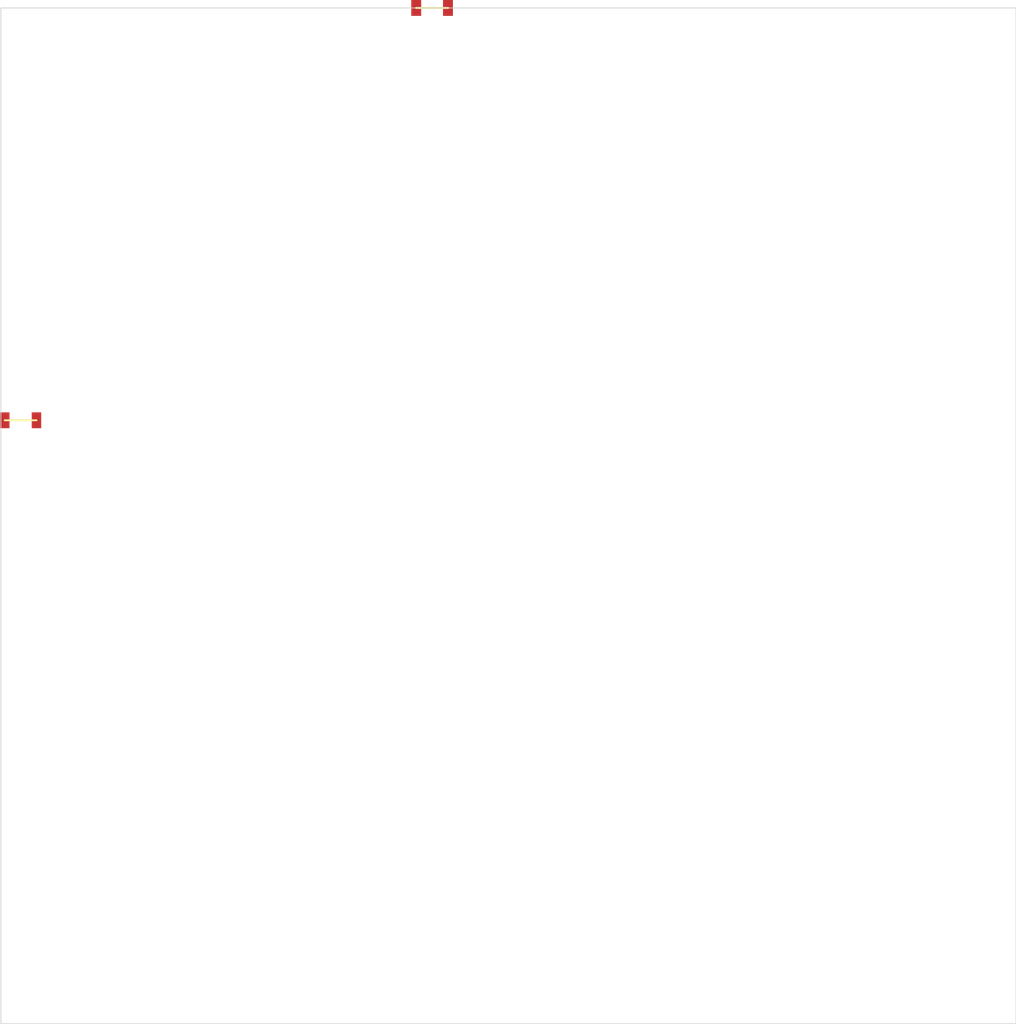
<source format=kicad_pcb>
(kicad_pcb (version 20211014) (generator pcbnew)
  (title_block (title "RL Generated PCB") (date "2025-04-22") (rev "1.0"))
  (gr_line (start 0 0) (end 0 64) (layer "Edge.Cuts") (width 0.05))
  (gr_line (start 0 64) (end 64 64) (layer "Edge.Cuts") (width 0.05))
  (gr_line (start 64 64) (end 64 0) (layer "Edge.Cuts") (width 0.05))
  (gr_line (start 64 0) (end 0 0) (layer "Edge.Cuts") (width 0.05))
  (footprint "Device:R" (layer "F.Cu") (at 27.1991 0.0)
    (fp_text reference "R1" hide)
    (fp_text value "100k" hide)
    (fp_line (start -1 0) (end 1 0) (layer "F.SilkS") (width 0.12))
    (pad 1 smd rect (at -1 0) (size 0.6 1.0) (layers "F.Cu" "F.Paste" "F.Mask"))
    (pad 2 smd rect (at 1 0) (size 0.6 1.0) (layers "F.Cu" "F.Paste" "F.Mask"))
  )
  (footprint "Device:R" (layer "F.Cu") (at 27.1794 0.0)
    (fp_text reference "R2" hide)
    (fp_text value "100k" hide)
    (fp_line (start -1 0) (end 1 0) (layer "F.SilkS") (width 0.12))
    (pad 1 smd rect (at -1 0) (size 0.6 1.0) (layers "F.Cu" "F.Paste" "F.Mask"))
    (pad 2 smd rect (at 1 0) (size 0.6 1.0) (layers "F.Cu" "F.Paste" "F.Mask"))
  )
  (footprint "Device:R" (layer "F.Cu") (at 27.1796 0.0)
    (fp_text reference "R3" hide)
    (fp_text value "100k" hide)
    (fp_line (start -1 0) (end 1 0) (layer "F.SilkS") (width 0.12))
    (pad 1 smd rect (at -1 0) (size 0.6 1.0) (layers "F.Cu" "F.Paste" "F.Mask"))
    (pad 2 smd rect (at 1 0) (size 0.6 1.0) (layers "F.Cu" "F.Paste" "F.Mask"))
  )
  (footprint "Device:R" (layer "F.Cu") (at 1.2416 25.984)
    (fp_text reference "R4" hide)
    (fp_text value "100k" hide)
    (fp_line (start -1 0) (end 1 0) (layer "F.SilkS") (width 0.12))
    (pad 1 smd rect (at -1 0) (size 0.6 1.0) (layers "F.Cu" "F.Paste" "F.Mask"))
    (pad 2 smd rect (at 1 0) (size 0.6 1.0) (layers "F.Cu" "F.Paste" "F.Mask"))
  )
)
</source>
